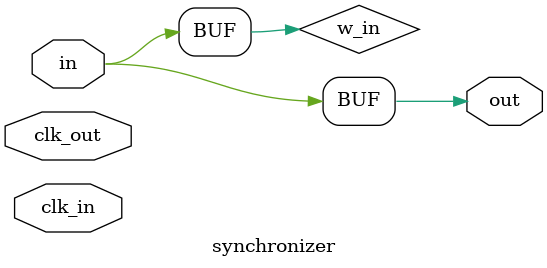
<source format=v>
`default_nettype none

module synchronizer #(
        parameter DEPTH_INPUT  = 0,
        parameter DEPTH_OUTPUT = 0,
        parameter INIT         = 1'b0
)( clk_in, in, clk_out, out);

    input   wire clk_in;
    input   wire in;
    input   wire clk_out;
    output  wire out;

    wire w_in;
    generate
        case ( DEPTH_INPUT )
        0:  assign w_in = in;
        1: begin
            reg input_ff = INIT;
            always @( posedge clk_in ) input_ff <= in;
            assign w_in = input_ff;
        end
        default: begin
            reg [DEPTH_INPUT-1:0] input_vector = { DEPTH_INPUT{INIT} };
            always @( posedge clk_in ) 
               input_vector <= { in, input_vector[DEPTH_INPUT-1:1] };
            assign w_in = input_vector[0];
        end
        endcase

        case ( DEPTH_OUTPUT )
        0: assign out = w_in;
        1: begin
            reg output_ff = INIT;
            always @( posedge clk_out ) output_ff <= w_in;
            assign out = output_ff;
        end
        default: begin
            reg [DEPTH_OUTPUT-1:0] output_vector = { DEPTH_OUTPUT{INIT} };
            always @( posedge clk_out ) 
               output_vector <= { w_in, output_vector[DEPTH_OUTPUT-1:1] };
            assign out = output_vector[0];
        end
        endcase

    endgenerate

endmodule
</source>
